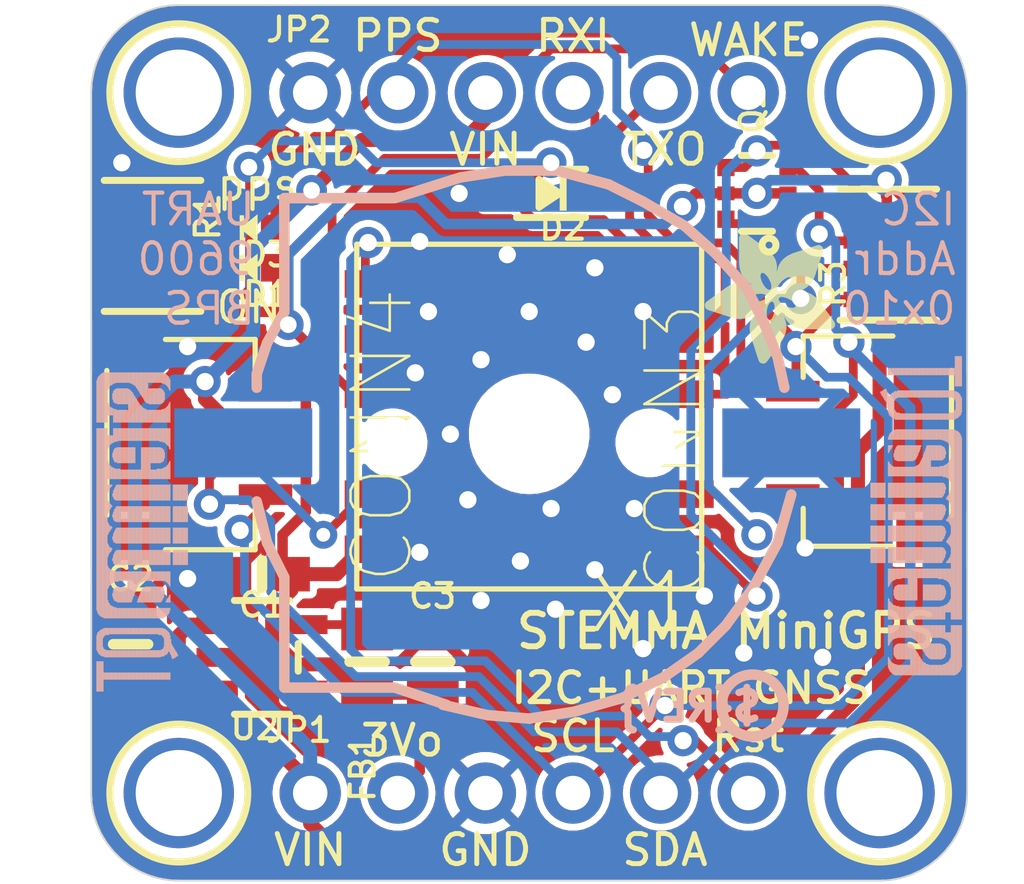
<source format=kicad_pcb>
(kicad_pcb (version 20221018) (generator pcbnew)
  (layers (0 "F.Cu" signal) (31 "B.Cu" signal) (34 "B.Paste" user) (35 "F.Paste" user) (36 "B.SilkS" user "B.Silkscreen") (37 "F.SilkS" user "F.Silkscreen") (38 "B.Mask" user) (39 "F.Mask" user) (44 "Edge.Cuts" user))
  (net 0 "")
  (net 1 "GND")
  (net 2 "SDA")
  (net 3 "SCL")
  (net 4 "SCL_3V")
  (net 5 "SDA_3V")
  (net 6 "3.3V")
  (net 7 "VCC")
  (net 8 "1PPS")
  (net 9 "TXO")
  (net 10 "RXI")
  (net 11 "VBACKUP")
  (net 12 "WAKEUP")
  (net 13 "~{RESET}")
  (net 14 "RXI_3V")
  (net 15 "N$1")
  (net 16 "N$2")
  (net 17 "OUT")
  (footprint "working:CHIPLED_0603_NOOUTLINE" (layer "F.Cu") (at 140.3731 98.7806 90)
    (fp_text reference "D3")
    (fp_text value "RED")
  )
  (footprint "working:MOUNTINGHOLE_2.5_PLATED" (layer "F.Cu") (at 138.3411 94.8436)
    (fp_text reference "U$1" hide)
    (fp_text value "MOUNTINGHOLE2.5" hide)
  )
  (footprint "working:0805-NO" (layer "F.Cu") (at 136.9441 110.8456 90)
    (fp_text reference "C2")
    (fp_text value "10uF")
  )
  (footprint "working:SOD-323" (layer "F.Cu") (at 149.1361 97.7646 180)
    (fp_text reference "D2")
    (fp_text value "1N4148")
  )
  (footprint "working:RESPACK_4X0603" (layer "F.Cu") (at 137.5791 99.2886 -90)
    (fp_text reference "R1")
    (fp_text value "10K")
  )
  (footprint "working:RESPACK_4X0603" (layer "F.Cu") (at 158.9151 99.5426 90)
    (fp_text reference "R3")
    (fp_text value "10K")
  )
  (footprint "working:SOT23-5" (layer "F.Cu") (at 140.7541 111.2266 -90)
    (fp_text reference "U2")
    (fp_text value "AP2112K-3.3")
  )
  (footprint "working:MOUNTINGHOLE_2.5_PLATED" (layer "F.Cu") (at 158.6611 115.1636)
    (fp_text reference "U$21" hide)
    (fp_text value "MOUNTINGHOLE2.5" hide)
  )
  (footprint "working:GPS_PA1010D" (layer "F.Cu") (at 148.5011 104.2416 180)
    (fp_text reference "X1")
    (fp_text value "GPS_PA1010D")
  )
  (footprint "working:JST_SH4" (layer "F.Cu") (at 138.3411 105.0036 -90)
    (fp_text reference "CONN4")
    (fp_text value "STEMMA_I2C_QT" hide)
  )
  (footprint "working:0805-NO" (layer "F.Cu") (at 145.7071 111.3536 90)
    (fp_text reference "C3")
    (fp_text value "10uF")
  )
  (footprint "working:FIDUCIAL_1MM" (layer "F.Cu") (at 160.0581 112.3061)
    (fp_text reference "FID3" hide)
    (fp_text value "FIDUCIAL_1MM" hide)
  )
  (footprint "working:1X06_ROUND_70" (layer "F.Cu") (at 148.5011 115.1636)
    (fp_text reference "JP1")
    (fp_text value "")
  )
  (footprint "working:0805-NO" (layer "F.Cu") (at 143.8021 111.3536 -90)
    (fp_text reference "FB1")
    (fp_text value "FERRITE")
  )
  (footprint "working:FIDUCIAL_1MM" (layer "F.Cu") (at 140.8811 93.1545)
    (fp_text reference "FID4" hide)
    (fp_text value "FIDUCIAL_1MM" hide)
  )
  (footprint "working:ADAFRUIT_3.5MM" (layer "F.Cu") (at 157.3911 98.9076 180)
    (fp_text reference "U$22" hide)
    (fp_text value "" hide)
  )
  (footprint "working:MOUNTINGHOLE_2.5_PLATED" (layer "F.Cu") (at 158.6611 94.8436)
    (fp_text reference "U$17" hide)
    (fp_text value "MOUNTINGHOLE2.5" hide)
  )
  (footprint "working:MOUNTINGHOLE_2.5_PLATED" (layer "F.Cu") (at 138.3411 115.1636)
    (fp_text reference "U$19" hide)
    (fp_text value "MOUNTINGHOLE2.5" hide)
  )
  (footprint "working:1X06_ROUND_70" (layer "F.Cu") (at 148.5011 94.8436)
    (fp_text reference "JP2")
    (fp_text value "")
  )
  (footprint "working:0603-NO" (layer "F.Cu") (at 140.7541 108.8136 180)
    (fp_text reference "C1")
    (fp_text value "0.1uF")
  )
  (footprint "working:JST_SH4" (layer "F.Cu") (at 158.6611 105.0036 90)
    (fp_text reference "CONN3")
    (fp_text value "STEMMA_I2C_QT" hide)
  )
  (footprint "working:CHIPLED_0603_NOOUTLINE" (layer "F.Cu") (at 140.3731 99.9236 90)
    (fp_text reference "D1")
    (fp_text value "GREEN")
  )
  (footprint "working:SOT363" (layer "F.Cu") (at 155.1051 97.7646 90)
    (fp_text reference "Q2")
    (fp_text value "BSS138")
  )
  (footprint "working:STEMMAQT" (layer "B.Cu") (at 158.4071 111.7346 90)
    (fp_text reference "U$30" hide)
    (fp_text value "" hide)
  )
  (footprint "working:STEMMAQT" (layer "B.Cu") (at 138.5951 102.9716 -90)
    (fp_text reference "U$31" hide)
    (fp_text value "" hide)
  )
  (footprint "working:CR1220-2" (layer "B.Cu") (at 148.5011 105.0036 180)
    (fp_text reference "B1")
    (fp_text value "")
  )
  (footprint "working:PCBFEAT-REV-040" (layer "B.Cu") (at 154.9781 112.6236 180)
    (fp_text reference "U$25" hide)
    (fp_text value "" hide)
  )
  (gr_arc (start 161.2011 115.1636) (mid 160.457151 116.959651) (end 158.6611 117.7036) (stroke (width 0.05)) (layer "Edge.Cuts"))
  (gr_arc (start 158.6611 92.3036) (mid 160.457151 93.047549) (end 161.2011 94.8436) (stroke (width 0.05)) (layer "Edge.Cuts"))
  (gr_line (start 138.3411 117.7036) (end 158.6611 117.7036) (stroke (width 0.05)) (layer "Edge.Cuts"))
  (gr_arc (start 135.8011 94.8436) (mid 136.545049 93.047549) (end 138.3411 92.3036) (stroke (width 0.05)) (layer "Edge.Cuts"))
  (gr_line (start 158.6611 92.3036) (end 138.3411 92.3036) (stroke (width 0.05)) (layer "Edge.Cuts"))
  (gr_line (start 161.2011 115.1636) (end 161.2011 94.8436) (stroke (width 0.05)) (layer "Edge.Cuts"))
  (gr_line (start 135.8011 94.8436) (end 135.8011 115.1636) (stroke (width 0.05)) (layer "Edge.Cuts"))
  (gr_arc (start 138.3411 117.7036) (mid 136.545049 116.959651) (end 135.8011 115.1636) (stroke (width 0.05)) (layer "Edge.Cuts"))
  (gr_text "UART\n9600\nBPS" (at 140.6271 99.6696) (layer "B.SilkS") (effects (font (size 0.89408 0.89408) (thickness 0.12192)) (justify left mirror)))
  (gr_text "I2C\nAddr\n0x10" (at 160.9471 99.6696) (layer "B.SilkS") (effects (font (size 0.89408 0.89408) (thickness 0.12192)) (justify left mirror)))
  (gr_text "I2C+UART GNSS" (at 153.2001 112.1156) (layer "F.SilkS") (effects (font (size 0.8636 0.8636) (thickness 0.1524))))
  (gr_text "pps" (at 140.6271 97.5106) (layer "F.SilkS") (effects (font (size 0.89408 0.89408) (thickness 0.12192))))
  (gr_text "VIN" (at 147.2311 96.4946) (layer "F.SilkS") (effects (font (size 0.87376 0.87376) (thickness 0.14224))))
  (gr_text "WAKE" (at 154.8511 93.3196) (layer "F.SilkS") (effects (font (size 0.87376 0.87376) (thickness 0.14224))))
  (gr_text "PPS" (at 144.6911 93.1926) (layer "F.SilkS") (effects (font (size 0.87376 0.87376) (thickness 0.14224))))
  (gr_text "Rst" (at 154.8511 113.5126) (layer "F.SilkS") (effects (font (size 0.87376 0.87376) (thickness 0.14224))))
  (gr_text "RXI" (at 149.7711 93.1926) (layer "F.SilkS") (effects (font (size 0.87376 0.87376) (thickness 0.14224))))
  (gr_text "SCL" (at 149.7711 113.5126) (layer "F.SilkS") (effects (font (size 0.87376 0.87376) (thickness 0.14224))))
  (gr_text "GND" (at 147.2311 116.8146) (layer "F.SilkS") (effects (font (size 0.87376 0.87376) (thickness 0.14224))))
  (gr_text "GND" (at 142.2781 96.4946) (layer "F.SilkS") (effects (font (size 0.87376 0.87376) (thickness 0.14224))))
  (gr_text "STEMMA MiniGPS" (at 154.2161 110.4646) (layer "F.SilkS") (effects (font (size 0.97155 0.97155) (thickness 0.17145))))
  (gr_text "VIN" (at 142.1511 116.8146) (layer "F.SilkS") (effects (font (size 0.87376 0.87376) (thickness 0.14224))))
  (gr_text "3Vo" (at 144.8181 113.6396) (layer "F.SilkS") (effects (font (size 0.87376 0.87376) (thickness 0.14224))))
  (gr_text "ON" (at 140.3731 101.0666) (layer "F.SilkS") (effects (font (size 0.89408 0.89408) (thickness 0.12192))))
  (gr_text "TXO" (at 152.4381 96.4946) (layer "F.SilkS") (effects (font (size 0.87376 0.87376) (thickness 0.14224))))
  (gr_text "SDA" (at 152.4381 116.8146) (layer "F.SilkS") (effects (font (size 0.87376 0.87376) (thickness 0.14224))))
  (segment (start 139.9041 108.8136) (end 139.9041 109.276963) (width 0.4064) (layer "F.Cu") (net 1))
  (segment (start 140.5001 112.360594) (end 141.398106 113.2586) (width 0.4064) (layer "F.Cu") (net 1))
  (segment (start 139.9041 109.276963) (end 140.4382 109.811063) (width 0.4064) (layer "F.Cu") (net 1))
  (segment (start 139.454 111.2266) (end 139.953737 111.2266) (width 0.4064) (layer "F.Cu") (net 1))
  (segment (start 141.398106 113.2586) (end 141.5161 113.2586) (width 0.4064) (layer "F.Cu") (net 1))
  (segment (start 140.5001 111.772963) (end 140.5001 112.360594) (width 0.4064) (layer "F.Cu") (net 1))
  (segment (start 139.953737 111.2266) (end 140.5001 111.772963) (width 0.4064) (layer "F.Cu") (net 1))
  (segment (start 136.9441 109.8956) (end 137.2641 109.8956) (width 0.4064) (layer "F.Cu") (net 1))
  (via (at 146.4691 97.7646) (size 0.9064) (drill 0.5) (layers "F.Cu" "B.Cu") (net 1))
  (via (at 156.5021 108.0516) (size 0.9064) (drill 0.5) (layers "F.Cu" "B.Cu") (net 1))
  (via (at 150.4061 108.6866) (size 0.9064) (drill 0.5) (layers "F.Cu" "B.Cu") (net 1))
  (via (at 151.8031 101.1936) (size 0.9064) (drill 0.5) (layers "F.Cu" "B.Cu") (net 1))
  (via (at 157.0101 111.2266) (size 0.9064) (drill 0.5) (layers "F.Cu" "B.Cu") (net 1))
  (via (at 138.5951 102.2096) (size 0.9064) (drill 0.5) (layers "F.Cu" "B.Cu") (net 1))
  (via (at 148.2471 108.4326) (size 0.9064) (drill 0.5) (layers "F.Cu" "B.Cu") (net 1))
  (via (at 145.1991 102.9716) (size 0.9064) (drill 0.5) (layers "F.Cu" "B.Cu") (net 1))
  (via (at 151.5491 106.9086) (size 0.9064) (drill 0.5) (layers "F.Cu" "B.Cu") (net 1))
  (via (at 146.7231 106.6546) (size 0.9064) (drill 0.5) (layers "F.Cu" "B.Cu") (net 1))
  (via (at 150.4061 99.9236) (size 0.9064) (drill 0.5) (layers "F.Cu" "B.Cu") (net 1))
  (via (at 145.5801 101.1936) (size 0.9064) (drill 0.5) (layers "F.Cu" "B.Cu") (net 1))
  (via (at 149.1361 106.9086) (size 0.9064) (drill 0.5) (layers "F.Cu" "B.Cu") (net 1))
  (via (at 145.3261 99.1616) (size 0.9064) (drill 0.5) (layers "F.Cu" "B.Cu") (net 1))
  (via (at 151.8031 110.9726) (size 0.9064) (drill 0.5) (layers "F.Cu" "B.Cu") (net 1))
  (via (at 147.1041 102.5906) (size 0.9064) (drill 0.5) (layers "F.Cu" "B.Cu") (net 1))
  (via (at 150.1521 102.0826) (size 0.9064) (drill 0.5) (layers "F.Cu" "B.Cu") (net 1))
  (via (at 145.3261 108.1786) (size 0.9064) (drill 0.5) (layers "F.Cu" "B.Cu") (net 1))
  (via (at 153.5811 109.4486) (size 0.9064) (drill 0.5) (layers "F.Cu" "B.Cu") (net 1))
  (via (at 150.9141 103.6066) (size 0.9064) (drill 0.5) (layers "F.Cu" "B.Cu") (net 1))
  (via (at 149.2631 109.8296) (size 0.9064) (drill 0.5) (layers "F.Cu" "B.Cu") (net 1))
  (via (at 148.5011 101.1936) (size 0.9064) (drill 0.5) (layers "F.Cu" "B.Cu") (net 1))
  (via (at 154.7241 111.0996) (size 0.9064) (drill 0.5) (layers "F.Cu" "B.Cu") (net 1))
  (via (at 147.1041 109.5756) (size 0.9064) (drill 0.5) (layers "F.Cu" "B.Cu") (net 1))
  (via (at 136.6901 96.8756) (size 0.9064) (drill 0.5) (layers "F.Cu" "B.Cu") (net 1))
  (via (at 146.2151 104.7496) (size 0.9064) (drill 0.5) (layers "F.Cu" "B.Cu") (net 1))
  (via (at 156.6291 93.3196) (size 0.9064) (drill 0.5) (layers "F.Cu" "B.Cu") (net 1))
  (via (at 147.8661 99.5426) (size 0.9064) (drill 0.5) (layers "F.Cu" "B.Cu") (net 1))
  (via (at 138.5951 108.9406) (size 0.9064) (drill 0.5) (layers "F.Cu" "B.Cu") (net 1))
  (segment (start 157.8991 102.2096) (end 157.7721 102.0826) (width 0.254) (layer "F.Cu") (net 2))
  (segment (start 156.1471 104.5036) (end 157.0021 104.5036) (width 0.254) (layer "F.Cu") (net 2))
  (segment (start 139.2301 106.0196) (end 139.2301 106.7816) (width 0.254) (layer "F.Cu") (net 2))
  (segment (start 156.248518 97.0146) (end 156.0051 97.0146) (width 0.254) (layer "F.Cu") (net 2))
  (segment (start 156.909712 97.675794) (end 156.909712 98.9457) (width 0.254) (layer "F.Cu") (net 2))
  (segment (start 157.8991 103.6066) (end 157.0021 104.5036) (width 0.254) (layer "F.Cu") (net 2))
  (segment (start 156.909712 97.675794) (end 156.248518 97.0146) (width 0.254) (layer "F.Cu") (net 2))
  (segment (start 156.909712 98.9457) (end 157.0482 98.9457) (width 0.254) (layer "F.Cu") (net 2))
  (segment (start 140.8551 105.5036) (end 139.7461 105.5036) (width 0.254) (layer "F.Cu") (net 2))
  (segment (start 157.0482 98.9457) (end 157.2451 99.1426) (width 0.254) (layer "F.Cu") (net 2))
  (segment (start 157.8991 102.2096) (end 157.8991 103.6066) (width 0.254) (layer "F.Cu") (net 2))
  (segment (start 157.2451 99.1426) (end 158.0651 99.1426) (width 0.254) (layer "F.Cu") (net 2))
  (segment (start 139.7461 105.5036) (end 139.2301 106.0196) (width 0.254) (layer "F.Cu") (net 2))
  (via (at 139.2301 106.7816) (size 0.9064) (drill 0.5) (layers "F.Cu" "B.Cu") (net 2))
  (via (at 157.7721 102.0826) (size 0.9064) (drill 0.5) (layers "F.Cu" "B.Cu") (net 2))
  (via (at 156.909712 98.9457) (size 0.9064) (drill 0.5) (layers "F.Cu" "B.Cu") (net 2))
  (segment (start 152.3111 114.6556) (end 152.3111 115.1636) (width 0.254) (layer "B.Cu") (net 2))
  (segment (start 157.7721 113.1316) (end 159.5501 111.3536) (width 0.254) (layer "B.Cu") (net 2))
  (segment (start 154.582606 113.1316) (end 152.550606 115.1636) (width 0.254) (layer "B.Cu") (net 2))
  (segment (start 154.582606 113.1316) (end 157.7721 113.1316) (width 0.254) (layer "B.Cu") (net 2))
  (segment (start 159.5501 111.3536) (end 159.5501 103.9876) (width 0.3048) (layer "B.Cu") (net 2))
  (segment (start 152.3111 115.1636) (end 152.550606 115.1636) (width 0.254) (layer "B.Cu") (net 2))
  (segment (start 143.4719 111.7854) (end 147.039481 111.7854) (width 0.254) (layer "B.Cu") (net 2))
  (segment (start 157.3911 99.173088) (end 157.3911 101.7016) (width 0.254) (layer "B.Cu") (net 2))
  (segment (start 157.7721 102.0826) (end 157.7086 102.1461) (width 0.3048) (layer "B.Cu") (net 2))
  (segment (start 141.0081 109.3216) (end 143.4719 111.7854) (width 0.254) (layer "B.Cu") (net 2))
  (segment (start 157.3911 99.173088) (end 157.163712 98.9457) (width 0.254) (layer "B.Cu") (net 2))
  (segment (start 148.639681 113.3856) (end 151.0411 113.3856) (width 0.254) (layer "B.Cu") (net 2))
  (segment (start 157.163712 98.9457) (end 156.909712 98.9457) (width 0.254) (layer "B.Cu") (net 2))
  (segment (start 140.3731 106.6546) (end 139.3571 106.6546) (width 0.254) (layer "B.Cu") (net 2))
  (segment (start 157.7721 102.0826) (end 157.3911 101.7016) (width 0.254) (layer "B.Cu") (net 2))
  (segment (start 147.039481 111.7854) (end 148.639681 113.3856) (width 0.254) (layer "B.Cu") (net 2))
  (segment (start 159.5501 103.9876) (end 157.7086 102.1461) (width 0.3048) (layer "B.Cu") (net 2))
  (segment (start 141.0081 107.2896) (end 140.3731 106.6546) (width 0.254) (layer "B.Cu") (net 2))
  (segment (start 139.2301 106.7816) (end 139.3571 106.6546) (width 0.254) (layer "B.Cu") (net 2))
  (segment (start 151.0411 113.3856) (end 152.3111 114.6556) (width 0.254) (layer "B.Cu") (net 2))
  (segment (start 141.0081 107.2896) (end 141.0081 109.3216) (width 0.254) (layer "B.Cu") (net 2))
  (segment (start 140.8551 106.5036) (end 140.8551 106.8076) (width 0.254) (layer "F.Cu") (net 3))
  (segment (start 154.2051 98.5146) (end 154.3331 98.6426) (width 0.254) (layer "F.Cu") (net 3))
  (segment (start 152.4381 112.6236) (end 149.8981 115.1636) (width 0.254) (layer "F.Cu") (net 3))
  (segment (start 156.2354 103.3526) (end 156.1471 103.4409) (width 0.254) (layer "F.Cu") (net 3))
  (segment (start 156.2354 102.2096) (end 156.2354 103.3526) (width 0.254) (layer "F.Cu") (net 3))
  (segment (start 155.2107 101.0101) (end 155.2107 99.0132) (width 0.254) (layer "F.Cu") (net 3))
  (segment (start 140.8551 106.8076) (end 140.1191 107.5436) (width 0.254) (layer "F.Cu") (net 3))
  (segment (start 155.2107 99.0132) (end 154.8401 98.6426) (width 0.254) (layer "F.Cu") (net 3))
  (segment (start 158.0651 100.8426) (end 157.5571 100.8426) (width 0.254) (layer "F.Cu") (net 3))
  (segment (start 156.2354 102.1643) (end 156.2354 102.2096) (width 0.254) (layer "F.Cu") (net 3))
  (segment (start 157.5571 100.8426) (end 156.2826 102.1171) (width 0.254) (layer "F.Cu") (net 3))
  (segment (start 149.8981 115.1636) (end 149.7711 115.1636) (width 0.254) (layer "F.Cu") (net 3))
  (segment (start 154.8401 98.6426) (end 154.3331 98.6426) (width 0.254) (layer "F.Cu") (net 3))
  (segment (start 156.2826 102.1171) (end 156.2354 102.1643) (width 0.254) (layer "F.Cu") (net 3))
  (segment (start 156.2826 102.082) (end 156.2826 102.1171) (width 0.254) (layer "F.Cu") (net 3))
  (segment (start 156.2826 102.082) (end 155.2107 101.0101) (width 0.254) (layer "F.Cu") (net 3))
  (segment (start 156.1471 103.4409) (end 156.1471 103.5036) (width 0.3048) (layer "F.Cu") (net 3))
  (via (at 140.1191 107.5436) (size 0.9064) (drill 0.5) (layers "F.Cu" "B.Cu") (net 3))
  (via (at 156.2354 102.2096) (size 0.9064) (drill 0.5) (layers "F.Cu" "B.Cu") (net 3))
  (via (at 152.4381 112.6236) (size 0.9064) (drill 0.5) (layers "F.Cu" "B.Cu") (net 3))
  (segment (start 158.9151 104.2543) (end 157.7594 103.0986) (width 0.254) (layer "B.Cu") (net 3))
  (segment (start 157.5181 112.6236) (end 152.4381 112.6236) (width 0.254) (layer "B.Cu") (net 3))
  (segment (start 157.7594 103.0986) (end 157.1244 103.0986) (width 0.254) (layer "B.Cu") (net 3))
  (segment (start 158.9151 111.2266) (end 157.5181 112.6236) (width 0.254) (layer "B.Cu") (net 3))
  (segment (start 143.1671 112.2426) (end 146.8501 112.2426) (width 0.254) (layer "B.Cu") (net 3))
  (segment (start 140.2461 107.6706) (end 140.2461 109.3216) (width 0.254) (layer "B.Cu") (net 3))
  (segment (start 140.2461 109.3216) (end 143.1671 112.2426) (width 0.254) (layer "B.Cu") (net 3))
  (segment (start 140.1191 107.5436) (end 140.2461 107.6706) (width 0.254) (layer "B.Cu") (net 3))
  (segment (start 158.9151 104.2543) (end 158.9151 111.2266) (width 0.254) (layer "B.Cu") (net 3))
  (segment (start 156.2354 102.2096) (end 157.1244 103.0986) (width 0.254) (layer "B.Cu") (net 3))
  (segment (start 146.8501 112.2426) (end 149.7711 115.1636) (width 0.254) (layer "B.Cu") (net 3))
  (segment (start 156.3751 99.5426) (end 156.7751 99.9426) (width 0.254) (layer "F.Cu") (net 4))
  (segment (start 153.9261 106.4916) (end 155.1051 107.6706) (width 0.254) (layer "F.Cu") (net 4))
  (segment (start 158.0651 99.9426) (end 158.065096 99.9426) (width 0.254) (layer "F.Cu") (net 4))
  (segment (start 157.3911 99.9426) (end 156.7751 99.9426) (width 0.254) (layer "F.Cu") (net 4))
  (segment (start 158.065096 99.9426) (end 157.3911 99.9426) (width 0.254) (layer "F.Cu") (net 4))
  (segment (start 156.0051 98.5146) (end 156.0051 99.1726) (width 0.254) (layer "F.Cu") (net 4))
  (segment (start 156.0051 99.1726) (end 156.3751 99.5426) (width 0.254) (layer "F.Cu") (net 4))
  (segment (start 153.2511 106.4916) (end 153.9261 106.4916) (width 0.254) (layer "F.Cu") (net 4))
  (segment (start 156.3751 99.5426) (end 156.3751 100.8126) (width 0.254) (layer "F.Cu") (net 4))
  (via (at 156.3751 100.8126) (size 0.9064) (drill 0.5) (layers "F.Cu" "B.Cu") (net 4))
  (via (at 155.1051 107.6706) (size 0.9064) (drill 0.5) (layers "F.Cu" "B.Cu") (net 4))
  (segment (start 156.3751 100.8126) (end 155.7401 100.8126) (width 0.254) (layer "B.Cu") (net 4))
  (segment (start 155.7401 100.8126) (end 153.7081 102.8446) (width 0.254) (layer "B.Cu") (net 4))
  (segment (start 153.7081 102.8446) (end 153.7081 106.2736) (width 0.254) (layer "B.Cu") (net 4))
  (segment (start 153.7081 106.2736) (end 155.1051 107.6706) (width 0.254) (layer "B.Cu") (net 4))
  (segment (start 156.7561 96.3676) (end 155.2702 96.3676) (width 0.254) (layer "F.Cu") (net 5))
  (segment (start 154.7472 97.0146) (end 155.1671 96.5947) (width 0.254) (layer "F.Cu") (net 5))
  (segment (start 155.1051 96.5327) (end 155.2702 96.3676) (width 0.254) (layer "F.Cu") (net 5))
  (segment (start 154.2051 97.0146) (end 154.7472 97.0146) (width 0.254) (layer "F.Cu") (net 5))
  (segment (start 153.7481 108.0916) (end 155.1051 109.4486) (width 0.254) (layer "F.Cu") (net 5))
  (segment (start 158.0651 97.6766) (end 156.7561 96.3676) (width 0.254) (layer "F.Cu") (net 5))
  (segment (start 153.2511 108.0916) (end 153.7481 108.0916) (width 0.254) (layer "F.Cu") (net 5))
  (segment (start 155.1671 96.5947) (end 155.1051 96.5327) (width 0.254) (layer "F.Cu") (net 5))
  (segment (start 158.0651 98.2426) (end 158.0651 97.6766) (width 0.254) (layer "F.Cu") (net 5))
  (via (at 155.1051 109.4486) (size 0.9064) (drill 0.5) (layers "F.Cu" "B.Cu") (net 5))
  (via (at 155.1051 96.5327) (size 0.9064) (drill 0.5) (layers "F.Cu" "B.Cu") (net 5))
  (segment (start 153.1874 107.102494) (end 153.1874 102.3493) (width 0.254) (layer "B.Cu") (net 5))
  (segment (start 154.2161 101.3206) (end 154.2161 97.1296) (width 0.254) (layer "B.Cu") (net 5))
  (segment (start 153.1874 102.3493) (end 154.2161 101.3206) (width 0.254) (layer "B.Cu") (net 5))
  (segment (start 154.2161 97.1296) (end 154.5971 96.7486) (width 0.254) (layer "B.Cu") (net 5))
  (segment (start 154.5971 96.7486) (end 155.1051 96.7486) (width 0.254) (layer "B.Cu") (net 5))
  (segment (start 155.1051 109.020194) (end 153.1874 107.102494) (width 0.254) (layer "B.Cu") (net 5))
  (segment (start 155.1051 109.4486) (end 155.1051 109.020194) (width 0.254) (layer "B.Cu") (net 5))
  (segment (start 155.1051 96.7486) (end 155.1051 96.5327) (width 0.254) (layer "B.Cu") (net 5))
  (segment (start 159.0611 99.9426) (end 159.7651 99.9426) (width 0.3048) (layer "F.Cu") (net 6))
  (segment (start 141.757862 111.43) (end 142.8015 111.43) (width 0.4064) (layer "F.Cu") (net 6))
  (segment (start 145.3261 112.3036) (end 145.7071 112.3036) (width 0.3048) (layer "F.Cu") (net 6))
  (segment (start 136.7291 100.5886) (end 136.7291 100.828494) (width 0.3048) (layer "F.Cu") (net 6))
  (segment (start 159.77235 98.30435) (end 158.8516 97.3836) (width 0.3048) (layer "F.Cu") (net 6))
  (segment (start 152.9461 98.1456) (end 153.3271 97.7646) (width 0.3048) (layer "F.Cu") (net 6))
  (segment (start 143.6351 108.0916) (end 143.7511 108.0916) (width 0.4064) (layer "F.Cu") (net 6))
  (segment (start 158.8516 97.851207) (end 158.8707 97.870307) (width 0.3048) (layer "F.Cu") (net 6))
  (segment (start 137.102315 101.20171) (end 141.143209 101.20171) (width 0.3048) (layer "F.Cu") (net 6))
  (segment (start 142.0241 106.9966) (end 142.0241 102.0826) (width 0.3048) (layer "F.Cu") (net 6))
  (segment (start 141.1986 101.2571) (end 141.1986 99.8481) (width 0.3048) (layer "F.Cu") (net 6))
  (segment (start 141.6041 109.276963) (end 141.0478 109.833263) (width 0.4064) (layer "F.Cu") (net 6))
  (segment (start 141.6041 108.8136) (end 141.3501 108.5596) (width 0.3048) (layer "F.Cu") (net 6))
  (segment (start 141.3501 107.6706) (end 141.3501 108.5596) (width 0.3048) (layer "F.Cu") (net 6))
  (segment (start 159.7651 98.2426) (end 159.7106 98.2426) (width 0.3048) (layer "F.Cu") (net 6))
  (segment (start 141.6041 108.8136) (end 141.6041 109.276963) (width 0.4064) (layer "F.Cu") (net 6))
  (segment (start 158.8707 99.7522) (end 159.0611 99.9426) (width 0.3048) (layer "F.Cu") (net 6))
  (segment (start 145.3261 114.5286) (end 145.3261 112.3036) (width 0.3048) (layer "F.Cu") (net 6))
  (segment (start 155.1051 97.7646) (end 154.2051 97.7646) (width 0.3048) (layer "F.Cu") (net 6))
  (segment (start 142.0241 102.0826) (end 141.5161 101.5746) (width 0.3048) (layer "F.Cu") (net 6))
  (segment (start 144.6911 115.1636) (end 145.3261 114.5286) (width 0.3048) (layer "F.Cu") (net 6))
  (segment (start 156.0051 97.7646) (end 155.1051 97.7646) (width 0.3048) (layer "F.Cu") (net 6))
  (segment (start 142.0241 106.9966) (end 141.3501 107.6706) (width 0.3048) (layer "F.Cu") (net 6))
  (segment (start 159.7106 98.2426) (end 158.8516 97.3836) (width 0.3048) (layer "F.Cu") (net 6))
  (segment (start 158.8707 97.870307) (end 158.8707 99.7522) (width 0.3048) (layer "F.Cu") (net 6))
  (segment (start 141.1986 99.8481) (end 141.1231 99.9236) (width 0.3048) (layer "F.Cu") (net 6))
  (segment (start 143.6751 112.3036) (end 142.8015 111.43) (width 0.4064) (layer "F.Cu") (net 6))
  (segment (start 141.5161 101.5746) (end 141.1986 101.2571) (width 0.3048) (layer "F.Cu") (net 6))
  (segment (start 141.0478 110.719938) (end 141.757862 111.43) (width 0.4064) (layer "F.Cu") (net 6))
  (segment (start 158.8516 97.3836) (end 158.8516 97.851207) (width 0.3048) (layer "F.Cu") (net 6))
  (segment (start 141.6041 108.8136) (end 142.9131 108.8136) (width 0.4064) (layer "F.Cu") (net 6))
  (segment (start 143.8021 112.3036) (end 145.3261 112.3036) (width 0.3048) (layer "F.Cu") (net 6))
  (segment (start 137.102315 101.20171) (end 136.7291 100.828494) (width 0.3048) (layer "F.Cu") (net 6))
  (segment (start 154.2051 97.7646) (end 153.3271 97.7646) (width 0.3048) (layer "F.Cu") (net 6))
  (segment (start 142.9131 108.8136) (end 143.6351 108.0916) (width 0.4064) (layer "F.Cu") (net 6))
  (segment (start 143.6751 112.3036) (end 143.8021 112.3036) (width 0.4064) (layer "F.Cu") (net 6))
  (segment (start 141.0478 109.833263) (end 141.0478 110.719938) (width 0.4064) (layer "F.Cu") (net 6))
  (segment (start 141.143209 101.20171) (end 141.1986 101.2571) (width 0.3048) (layer "F.Cu") (net 6))
  (via (at 155.1051 97.7646) (size 0.9064) (drill 0.5) (layers "F.Cu" "B.Cu") (net 6))
  (via (at 158.8516 97.3836) (size 0.9064) (drill 0.5) (layers "F.Cu" "B.Cu") (net 6))
  (via (at 152.9461 98.1456) (size 0.9064) (drill 0.5) (layers "F.Cu" "B.Cu") (net 6))
  (via (at 141.5161 101.5746) (size 0.889) (drill 0.4826) (layers "F.Cu" "B.Cu") (net 6))
  (segment (start 145.3261 97.8916) (end 143.1671 97.8916) (width 0.3048) (layer "B.Cu") (net 6))
  (segment (start 152.4381 98.6536) (end 146.0881 98.6536) (width 0.3048) (layer "B.Cu") (net 6))
  (segment (start 155.4861 97.3836) (end 158.8516 97.3836) (width 0.3048) (layer "B.Cu") (net 6))
  (segment (start 155.1051 97.7646) (end 155.4861 97.3836) (width 0.3048) (layer "B.Cu") (net 6))
  (segment (start 152.9461 98.1456) (end 152.4381 98.6536) (width 0.3048) (layer "B.Cu") (net 6))
  (segment (start 141.5161 99.5426) (end 141.5161 101.5746) (width 0.3048) (layer "B.Cu") (net 6))
  (segment (start 143.1671 97.8916) (end 141.5161 99.5426) (width 0.3048) (layer "B.Cu") (net 6))
  (segment (start 146.0881 98.6536) (end 145.3261 97.8916) (width 0.3048) (layer "B.Cu") (net 6))
  (segment (start 138.6561 110.2766) (end 139.454 110.2766) (width 0.4064) (layer "F.Cu") (net 7))
  (segment (start 139.1031 103.7336) (end 139.1031 103.2256) (width 0.4064) (layer "F.Cu") (net 7))
  (segment (start 160.6215 99.217) (end 160.6215 100.8426) (width 0.4064) (layer "F.Cu") (net 7))
  (segment (start 158.0341 112.3616) (end 156.2481 114.1476) (width 0.4064) (layer "F.Cu") (net 7))
  (segment (start 156.2481 114.1476) (end 156.2481 115.9256) (width 0.4064) (layer "F.Cu") (net 7))
  (segment (start 142.1511 114.8737) (end 139.454 112.1766) (width 0.4064) (layer "F.Cu") (net 7))
  (segment (start 140.8551 104.5036) (end 139.8731 104.5036) (width 0.4064) (layer "F.Cu") (net 7))
  (segment (start 138.3411 110.5916) (end 138.6561 110.2766) (width 0.4064) (layer "F.Cu") (net 7))
  (segment (start 156.2481 115.9256) (end 155.1051 117.0686) (width 0.4064) (layer "F.Cu") (net 7))
  (segment (start 147.2311 95.6056) (end 146.6215 96.2152) (width 0.4064) (layer "F.Cu") (net 7))
  (segment (start 158.0341 105.2496) (end 157.7801 105.5036) (width 0.4064) (layer "F.Cu") (net 7))
  (segment (start 139.454 112.1766) (end 138.3411 112.1766) (width 0.4064) (layer "F.Cu") (net 7))
  (segment (start 160.6215 99.217) (end 160.5471 99.1426) (width 0.4064) (layer "F.Cu") (net 7))
  (segment (start 158.9215 101.235938) (end 158.683437 101.474) (width 0.4064) (layer "F.Cu") (net 7))
  (segment (start 137.3251 112.1766) (end 136.9441 111.7956) (width 0.4064) (layer "F.Cu") (net 7))
  (segment (start 138.3411 112.1766) (end 138.0871 112.1766) (width 0.4064) (layer "F.Cu") (net 7))
  (segment (start 138.3411 112.1766) (end 138.3411 110.5916) (width 0.4064) (layer "F.Cu") (net 7))
  (segment (start 160.6215 100.8426) (end 159.7651 100.8426) (width 0.4064) (layer "F.Cu") (net 7))
  (segment (start 158.9215 101.2172) (end 158.9215 101.235938) (width 0.4064) (layer "F.Cu") (net 7))
  (segment (start 142.1511 116.0526) (end 142.1511 115.1636) (width 0.4064) (layer "F.Cu") (net 7))
  (segment (start 158.683437 101.474) (end 158.6647 101.474) (width 0.4064) (layer "F.Cu") (net 7))
  (segment (start 147.2311 94.8436) (end 147.2311 95.6056) (width 0.4064) (layer "F.Cu") (net 7))
  (segment (start 158.6647 101.474) (end 158.6611 101.4776) (width 0.4064) (layer "F.Cu") (net 7))
  (segment (start 155.1051 117.0686) (end 143.1671 117.0686) (width 0.4064) (layer "F.Cu") (net 7))
  (segment (start 143.653093 96.2152) (end 142.190896 97.677397) (width 0.4064) (layer "F.Cu") (net 7))
  (segment (start 146.6215 96.2152) (end 143.653093 96.2152) (width 0.4064) (layer "F.Cu") (net 7))
  (segment (start 159.2961 100.8426) (end 158.9215 101.2172) (width 0.4064) (layer "F.Cu") (net 7))
  (segment (start 143.1671 117.0686) (end 142.1511 116.0526) (width 0.4064) (layer "F.Cu") (net 7))
  (segment (start 156.1471 105.5036) (end 157.7801 105.5036) (width 0.4064) (layer "F.Cu") (net 7))
  (segment (start 158.6611 101.4776) (end 158.6611 104.6226) (width 0.4064) (layer "F.Cu") (net 7))
  (segment (start 139.8731 104.5036) (end 139.1031 103.7336) (width 0.4064) (layer "F.Cu") (net 7))
  (segment (start 159.7651 100.8426) (end 159.2961 100.8426) (width 0.4064) (layer "F.Cu") (net 7))
  (segment (start 158.0341 105.2496) (end 158.0341 112.3616) (width 0.4064) (layer "F.Cu") (net 7))
  (segment (start 158.6611 104.6226) (end 158.0341 105.2496) (width 0.4064) (layer "F.Cu") (net 7))
  (segment (start 138.0871 112.1766) (end 137.3251 112.1766) (width 0.4064) (layer "F.Cu") (net 7))
  (segment (start 159.7651 99.1426) (end 160.5471 99.1426) (width 0.4064) (layer "F.Cu") (net 7))
  (segment (start 142.1511 115.1636) (end 142.1511 114.8737) (width 0.4064) (layer "F.Cu") (net 7))
  (via (at 142.190896 97.677397) (size 0.889) (drill 0.4826) (layers "F.Cu" "B.Cu") (net 7))
  (via (at 139.1031 103.2256) (size 0.9064) (drill 0.5) (layers "F.Cu" "B.Cu") (net 7))
  (segment (start 140.5001 99.368194) (end 140.5001 101.8286) (width 0.4064) (layer "B.Cu") (net 7))
  (segment (start 137.0711 104.3686) (end 137.0711 108.8136) (width 0.4064) (layer "B.Cu") (net 7))
  (segment (start 138.2141 103.2256) (end 137.0711 104.3686) (width 0.4064) (layer "B.Cu") (net 7))
  (segment (start 137.0711 108.8136) (end 142.1511 113.8936) (width 0.4064) (layer "B.Cu") (net 7))
  (segment (start 142.190896 97.677397) (end 140.5001 99.368194) (width 0.4064) (layer "B.Cu") (net 7))
  (segment (start 139.1031 103.2256) (end 138.2141 103.2256) (width 0.4064) (layer "B.Cu") (net 7))
  (segment (start 139.1031 103.2256) (end 140.5001 101.8286) (width 0.4064) (layer "B.Cu") (net 7))
  (segment (start 142.1511 113.8936) (end 142.1511 115.1636) (width 0.4064) (layer "B.Cu") (net 7))
  (segment (start 142.7861 96.1136) (end 142.2781 96.1136) (width 0.254) (layer "F.Cu") (net 8))
  (segment (start 144.0561 94.8436) (end 142.7861 96.1136) (width 0.254) (layer "F.Cu") (net 8))
  (segment (start 154.177256 99.2042) (end 152.757862 99.2042) (width 0.254) (layer "F.Cu") (net 8))
  (segment (start 151.8245 96.516) (end 151.9515 96.643) (width 0.254) (layer "F.Cu") (net 8))
  (segment (start 144.6911 94.8436) (end 144.0561 94.8436) (width 0.254) (layer "F.Cu") (net 8))
  (segment (start 154.6385 103.1842) (end 154.6385 99.665444) (width 0.254) (layer "F.Cu") (net 8))
  (segment (start 151.9515 96.643) (end 151.9515 98.397838) (width 0.254) (layer "F.Cu") (net 8))
  (segment (start 141.1231 97.2686) (end 141.1231 98.7806) (width 0.254) (layer "F.Cu") (net 8))
  (segment (start 154.6385 99.665444) (end 154.177256 99.2042) (width 0.254) (layer "F.Cu") (net 8))
  (segment (start 142.2781 96.1136) (end 141.1231 97.2686) (width 0.254) (layer "F.Cu") (net 8))
  (segment (start 154.2311 103.5916) (end 154.6385 103.1842) (width 0.254) (layer "F.Cu") (net 8))
  (segment (start 151.9515 98.397838) (end 152.757862 99.2042) (width 0.254) (layer "F.Cu") (net 8))
  (segment (start 153.2511 103.5916) (end 154.2311 103.5916) (width 0.254) (layer "F.Cu") (net 8))
  (via (at 151.8245 96.516) (size 0.9064) (drill 0.5) (layers "F.Cu" "B.Cu") (net 8))
  (segment (start 151.8245 96.135) (end 151.0411 95.3516) (width 0.254) (layer "B.Cu") (net 8))
  (segment (start 151.8245 96.516) (end 151.8245 96.135) (width 0.254) (layer "B.Cu") (net 8))
  (segment (start 151.0411 93.8276) (end 151.0411 95.3516) (width 0.254) (layer "B.Cu") (net 8))
  (segment (start 150.6601 93.4466) (end 151.0411 93.8276) (width 0.254) (layer "B.Cu") (net 8))
  (segment (start 145.3261 93.4466) (end 150.6601 93.4466) (width 0.254) (layer "B.Cu") (net 8))
  (segment (start 144.6911 94.8436) (end 144.6911 94.0816) (width 0.254) (layer "B.Cu") (net 8))
  (segment (start 144.6911 94.0816) (end 145.3261 93.4466) (width 0.254) (layer "B.Cu") (net 8))
  (segment (start 153.987875 99.6614) (end 152.5569 99.6614) (width 0.254) (layer "F.Cu") (net 9))
  (segment (start 151.217875 97.0344) (end 151.1999 97.0344) (width 0.254) (layer "F.Cu") (net 9))
  (segment (start 154.1813 101.0614) (end 154.1813 99.854825) (width 0.254) (layer "F.Cu") (net 9))
  (segment (start 151.0411 95.9866) (end 152.1841 94.8436) (width 0.254) (layer "F.Cu") (net 9))
  (segment (start 151.4113 97.227825) (end 151.217875 97.0344) (width 0.254) (layer "F.Cu") (net 9))
  (segment (start 153.2511 101.9916) (end 154.1813 101.0614) (width 0.254) (layer "F.Cu") (net 9))
  (segment (start 151.1999 97.0344) (end 151.0411 96.8756) (width 0.254) (layer "F.Cu") (net 9))
  (segment (start 152.5569 99.6614) (end 151.4113 98.5158) (width 0.254) (layer "F.Cu") (net 9))
  (segment (start 152.1841 94.8436) (end 152.3111 94.8436) (width 0.254) (layer "F.Cu") (net 9))
  (segment (start 151.0411 96.8756) (end 151.0411 95.9866) (width 0.254) (layer "F.Cu") (net 9))
  (segment (start 151.4113 98.5158) (end 151.4113 97.227825) (width 0.254) (layer "F.Cu") (net 9))
  (segment (start 154.1813 99.854825) (end 153.987875 99.6614) (width 0.254) (layer "F.Cu") (net 9))
  (segment (start 150.4061 95.4786) (end 149.7711 94.8436) (width 0.254) (layer "F.Cu") (net 10))
  (segment (start 150.4061 97.7646) (end 150.4061 95.4786) (width 0.254) (layer "F.Cu") (net 10))
  (segment (start 143.7511 106.4916) (end 142.5721 107.6706) (width 0.254) (layer "F.Cu") (net 11))
  (segment (start 142.5721 107.6706) (end 142.5321 107.6706) (width 0.254) (layer "F.Cu") (net 11))
  (via (at 142.5321 107.6706) (size 0.8064) (drill 0.4) (layers "F.Cu" "B.Cu") (net 11))
  (segment (start 140.2111 105.3496) (end 142.5321 107.6706) (width 0.254) (layer "B.Cu") (net 11))
  (segment (start 140.2111 105.0036) (end 140.2111 105.3496) (width 0.254) (layer "B.Cu") (net 11))
  (segment (start 142.7861 102.9716) (end 143.4061 103.5916) (width 0.254) (layer "F.Cu") (net 12))
  (segment (start 143.4061 103.5916) (end 143.7511 103.5916) (width 0.254) (layer "F.Cu") (net 12))
  (segment (start 147.1041 96.7486) (end 148.5011 95.3516) (width 0.254) (layer "F.Cu") (net 12))
  (segment (start 149.1361 93.5736) (end 153.5811 93.5736) (width 0.254) (layer "F.Cu") (net 12))
  (segment (start 148.5011 94.2086) (end 149.1361 93.5736) (width 0.254) (layer "F.Cu") (net 12))
  (segment (start 142.7861 98.2726) (end 144.3101 96.7486) (width 0.254) (layer "F.Cu") (net 12))
  (segment (start 142.7861 102.9716) (end 142.7861 98.2726) (width 0.254) (layer "F.Cu") (net 12))
  (segment (start 153.5811 93.5736) (end 154.8511 94.8436) (width 0.254) (layer "F.Cu") (net 12))
  (segment (start 148.5011 95.3516) (end 148.5011 94.2086) (width 0.254) (layer "F.Cu") (net 12))
  (segment (start 144.3101 96.7486) (end 147.1041 96.7486) (width 0.254) (layer "F.Cu") (net 12))
  (segment (start 143.7511 100.3916) (end 143.7511 99.272957) (width 0.254) (layer "F.Cu") (net 13))
  (segment (start 153.33029 113.642791) (end 154.8511 115.1636) (width 0.254) (layer "F.Cu") (net 13))
  (segment (start 152.963515 113.642791) (end 153.33029 113.642791) (width 0.254) (layer "F.Cu") (net 13))
  (segment (start 143.832278 99.191779) (end 143.7511 99.272957) (width 0.254) (layer "F.Cu") (net 13))
  (via (at 143.832278 99.191779) (size 0.9064) (drill 0.5) (layers "F.Cu" "B.Cu") (net 13))
  (via (at 152.963515 113.642791) (size 0.9064) (drill 0.5) (layers "F.Cu" "B.Cu") (net 13))
  (segment (start 152.846025 113.5253) (end 152.963515 113.642791) (width 0.254) (layer "B.Cu") (net 13))
  (segment (start 148.829062 112.9284) (end 151.393306 112.9284) (width 0.254) (layer "B.Cu") (net 13))
  (segment (start 143.324278 110.991197) (end 143.661281 111.3282) (width 0.254) (layer "B.Cu") (net 13))
  (segment (start 143.324278 99.699779) (end 143.324278 110.991197) (width 0.254) (layer "B.Cu") (net 13))
  (segment (start 143.832278 99.191779) (end 143.324278 99.699779) (width 0.254) (layer "B.Cu") (net 13))
  (segment (start 151.990206 113.5253) (end 152.846025 113.5253) (width 0.254) (layer "B.Cu") (net 13))
  (segment (start 143.661281 111.3282) (end 147.228862 111.3282) (width 0.254) (layer "B.Cu") (net 13))
  (segment (start 151.393306 112.9284) (end 151.990206 113.5253) (width 0.254) (layer "B.Cu") (net 13))
  (segment (start 147.228862 111.3282) (end 148.829062 112.9284) (width 0.254) (layer "B.Cu") (net 13))
  (segment (start 148.6281 98.5266) (end 147.8661 97.7646) (width 0.254) (layer "F.Cu") (net 14))
  (segment (start 140.3929 97.0224) (end 140.3731 97.0026) (width 0.254) (layer "F.Cu") (net 14))
  (segment (start 148.6281 98.5266) (end 150.6601 98.5266) (width 0.254) (layer "F.Cu") (net 14))
  (segment (start 140.3929 100.5388) (end 140.3929 97.0224) (width 0.254) (layer "F.Cu") (net 14))
  (segment (start 140.2161 100.7156) (end 138.5561 100.7156) (width 0.254) (layer "F.Cu") (net 14))
  (segment (start 152.5251 100.3916) (end 153.2511 100.3916) (width 0.254) (layer "F.Cu") (net 14))
  (segment (start 149.1361 96.8756) (end 148.2471 97.7646) (width 0.254) (layer "F.Cu") (net 14))
  (segment (start 140.2161 100.7156) (end 140.3929 100.5388) (width 0.254) (layer "F.Cu") (net 14))
  (segment (start 147.8661 97.7646) (end 148.2471 97.7646) (width 0.254) (layer "F.Cu") (net 14))
  (segment (start 150.6601 98.5266) (end 152.5251 100.3916) (width 0.254) (layer "F.Cu") (net 14))
  (segment (start 138.4291 100.5886) (end 138.5561 100.7156) (width 0.254) (layer "F.Cu") (net 14))
  (via (at 149.1361 96.8756) (size 0.889) (drill 0.4826) (layers "F.Cu" "B.Cu") (net 14))
  (via (at 140.3731 97.0026) (size 0.889) (drill 0.4826) (layers "F.Cu" "B.Cu") (net 14))
  (segment (start 144.0561 96.8756) (end 143.4211 96.2406) (width 0.254) (layer "B.Cu") (net 14))
  (segment (start 141.1351 96.2406) (end 143.4211 96.2406) (width 0.254) (layer "B.Cu") (net 14))
  (segment (start 144.0561 96.8756) (end 149.1361 96.8756) (width 0.254) (layer "B.Cu") (net 14))
  (segment (start 140.3731 97.0026) (end 141.1351 96.2406) (width 0.254) (layer "B.Cu") (net 14))
  (segment (start 139.6231 99.9236) (end 138.6641 99.9236) (width 0.254) (layer "F.Cu") (net 15))
  (segment (start 138.6641 99.9236) (end 138.4291 99.6886) (width 0.254) (layer "F.Cu") (net 15))
  (segment (start 138.4291 98.8886) (end 138.4291 97.9886) (width 0.254) (layer "F.Cu") (net 16))
  (segment (start 138.4291 98.8886) (end 138.5371 98.7806) (width 0.254) (layer "F.Cu") (net 16))
  (segment (start 138.5371 98.7806) (end 139.6231 98.7806) (width 0.254) (layer "F.Cu") (net 16))
  (segment (start 143.6751 110.2766) (end 143.8021 110.4036) (width 0.254) (layer "F.Cu") (net 17))
  (segment (start 142.0542 110.2766) (end 143.6751 110.2766) (width 0.254) (layer "F.Cu") (net 17))
  (zone (net 1) (net_name "GND") (layer "F.Cu") (priority 6) (connect_pads (clearance 0.000001)) (min_thickness 0.127) (fill yes (thermal_gap 0.304) (thermal_bridge_width 0.304))
    (polygon (pts (xy 161.3281 117.8306) (xy 135.6741 117.8306) (xy 135.6741 92.1766) (xy 161.3281 92.1766)))
  )
  (zone (net 1) (net_name "GND") (layer "B.Cu") (priority 6) (connect_pads (clearance 0.000001)) (min_thickness 0.127) (fill yes (thermal_gap 0.304) (thermal_bridge_width 0.304))
    (polygon (pts (xy 161.3281 117.8306) (xy 135.6741 117.8306) (xy 135.6741 92.1766) (xy 161.3281 92.1766)))
  )
)
</source>
